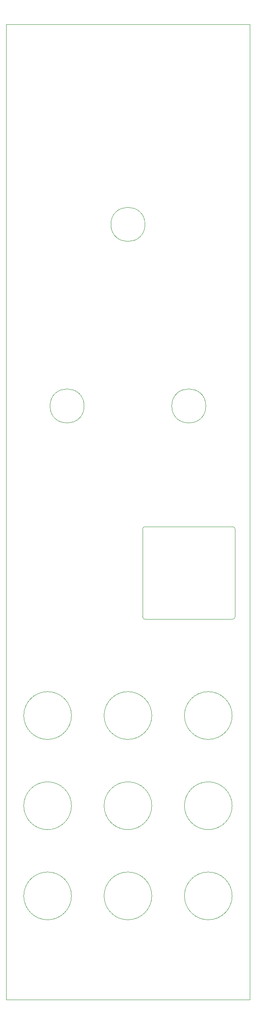
<source format=gm1>
%TF.GenerationSoftware,KiCad,Pcbnew,8.0.5*%
%TF.CreationDate,2024-12-04T18:31:37+01:00*%
%TF.ProjectId,DMH_S_H_Noise_PANEL,444d485f-535f-4485-9f4e-6f6973655f50,rev?*%
%TF.SameCoordinates,Original*%
%TF.FileFunction,Profile,NP*%
%FSLAX46Y46*%
G04 Gerber Fmt 4.6, Leading zero omitted, Abs format (unit mm)*
G04 Created by KiCad (PCBNEW 8.0.5) date 2024-12-04 18:31:37*
%MOMM*%
%LPD*%
G01*
G04 APERTURE LIST*
%TA.AperFunction,Profile*%
%ADD10C,0.050000*%
%TD*%
G04 APERTURE END LIST*
D10*
X50000000Y-30000000D02*
X100000000Y-30000000D01*
X100000000Y-230000000D01*
X50000000Y-230000000D01*
X50000000Y-30000000D01*
%TO.C,H7*%
X91000000Y-108250000D02*
G75*
G02*
X84000000Y-108250000I-3500000J0D01*
G01*
X84000000Y-108250000D02*
G75*
G02*
X91000000Y-108250000I3500000J0D01*
G01*
%TO.C,H6*%
X66000000Y-108250000D02*
G75*
G02*
X59000000Y-108250000I-3500000J0D01*
G01*
X59000000Y-108250000D02*
G75*
G02*
X66000000Y-108250000I3500000J0D01*
G01*
%TO.C,H5*%
X78500000Y-71000000D02*
G75*
G02*
X71500000Y-71000000I-3500000J0D01*
G01*
X71500000Y-71000000D02*
G75*
G02*
X78500000Y-71000000I3500000J0D01*
G01*
%TO.C,H10*%
X63400000Y-190250000D02*
G75*
G02*
X53600000Y-190250000I-4900000J0D01*
G01*
X53600000Y-190250000D02*
G75*
G02*
X63400000Y-190250000I4900000J0D01*
G01*
%TO.C,H19*%
X79900000Y-190250000D02*
G75*
G02*
X70100000Y-190250000I-4900000J0D01*
G01*
X70100000Y-190250000D02*
G75*
G02*
X79900000Y-190250000I4900000J0D01*
G01*
%TO.C,H17*%
X78000000Y-133500000D02*
X78000000Y-151500000D01*
X78500000Y-133000000D02*
X96500000Y-133000000D01*
X78500000Y-152000000D02*
X96500000Y-152000000D01*
X97000000Y-133500000D02*
X97000000Y-151500000D01*
X78000000Y-133500000D02*
G75*
G02*
X78500000Y-133000000I500001J-1D01*
G01*
X78500000Y-152000000D02*
G75*
G02*
X78000000Y-151500000I1J500001D01*
G01*
X96500000Y-133000000D02*
G75*
G02*
X97000000Y-133500000I0J-500000D01*
G01*
X97000000Y-151500000D02*
G75*
G02*
X96500000Y-152000000I-500000J0D01*
G01*
%TO.C,H12*%
X96400000Y-190250000D02*
G75*
G02*
X86600000Y-190250000I-4900000J0D01*
G01*
X86600000Y-190250000D02*
G75*
G02*
X96400000Y-190250000I4900000J0D01*
G01*
%TO.C,H8*%
X63400000Y-171750000D02*
G75*
G02*
X53600000Y-171750000I-4900000J0D01*
G01*
X53600000Y-171750000D02*
G75*
G02*
X63400000Y-171750000I4900000J0D01*
G01*
%TO.C,H14*%
X63400000Y-208750000D02*
G75*
G02*
X53600000Y-208750000I-4900000J0D01*
G01*
X53600000Y-208750000D02*
G75*
G02*
X63400000Y-208750000I4900000J0D01*
G01*
%TO.C,H13*%
X79900000Y-208750000D02*
G75*
G02*
X70100000Y-208750000I-4900000J0D01*
G01*
X70100000Y-208750000D02*
G75*
G02*
X79900000Y-208750000I4900000J0D01*
G01*
%TO.C,H15*%
X96400000Y-208750000D02*
G75*
G02*
X86600000Y-208750000I-4900000J0D01*
G01*
X86600000Y-208750000D02*
G75*
G02*
X96400000Y-208750000I4900000J0D01*
G01*
%TO.C,H9*%
X79900000Y-171750000D02*
G75*
G02*
X70100000Y-171750000I-4900000J0D01*
G01*
X70100000Y-171750000D02*
G75*
G02*
X79900000Y-171750000I4900000J0D01*
G01*
%TO.C,H11*%
X96400000Y-171750000D02*
G75*
G02*
X86600000Y-171750000I-4900000J0D01*
G01*
X86600000Y-171750000D02*
G75*
G02*
X96400000Y-171750000I4900000J0D01*
G01*
%TD*%
M02*

</source>
